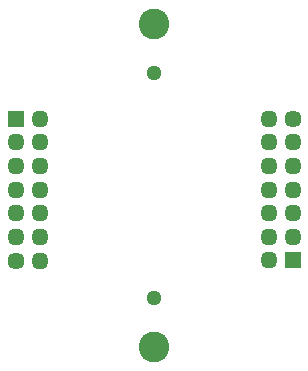
<source format=gbr>
%TF.GenerationSoftware,KiCad,Pcbnew,(5.1.6-0-10_14)*%
%TF.CreationDate,2020-12-10T12:41:56-07:00*%
%TF.ProjectId,DX7-JTAG,4458372d-4a54-4414-972e-6b696361645f,rev?*%
%TF.SameCoordinates,Original*%
%TF.FileFunction,Soldermask,Top*%
%TF.FilePolarity,Negative*%
%FSLAX46Y46*%
G04 Gerber Fmt 4.6, Leading zero omitted, Abs format (unit mm)*
G04 Created by KiCad (PCBNEW (5.1.6-0-10_14)) date 2020-12-10 12:41:56*
%MOMM*%
%LPD*%
G01*
G04 APERTURE LIST*
%ADD10C,2.600000*%
%ADD11C,1.450000*%
%ADD12O,1.450000X1.450000*%
%ADD13R,1.450000X1.450000*%
%ADD14C,1.290000*%
G04 APERTURE END LIST*
D10*
%TO.C,REF\u002A\u002A*%
X38608000Y-24958000D03*
%TD*%
%TO.C,REF\u002A\u002A*%
X38608000Y-52258000D03*
%TD*%
D11*
%TO.C,LCMXO2 JTAG*%
X50350000Y-32950000D03*
D12*
X48350000Y-32950000D03*
X50350000Y-34950000D03*
X48350000Y-34950000D03*
X50350000Y-36950000D03*
X48350000Y-36950000D03*
X50350000Y-38950000D03*
X48350000Y-38950000D03*
X50350000Y-40950000D03*
X48350000Y-40950000D03*
X50350000Y-42950000D03*
X48350000Y-42950000D03*
D13*
X50350000Y-44950000D03*
D12*
X48350000Y-44950000D03*
%TD*%
D11*
%TO.C,XC7K70T JTAG*%
X26924000Y-44958000D03*
D12*
X28924000Y-44958000D03*
X26924000Y-42958000D03*
X28924000Y-42958000D03*
X26924000Y-40958000D03*
X28924000Y-40958000D03*
X26924000Y-38958000D03*
X28924000Y-38958000D03*
X26924000Y-36958000D03*
X28924000Y-36958000D03*
X26924000Y-34958000D03*
X28924000Y-34958000D03*
D13*
X26924000Y-32958000D03*
D12*
X28924000Y-32958000D03*
%TD*%
D14*
%TO.C,J2*%
X38608000Y-48108000D03*
X38608000Y-29108000D03*
%TD*%
M02*

</source>
